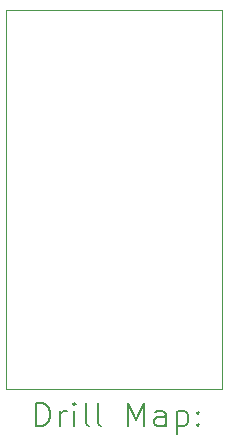
<source format=gbr>
%TF.GenerationSoftware,KiCad,Pcbnew,9.0.4*%
%TF.CreationDate,2025-10-26T13:26:50-07:00*%
%TF.ProjectId,db-collector,64622d63-6f6c-46c6-9563-746f722e6b69,rev?*%
%TF.SameCoordinates,Original*%
%TF.FileFunction,Drillmap*%
%TF.FilePolarity,Positive*%
%FSLAX45Y45*%
G04 Gerber Fmt 4.5, Leading zero omitted, Abs format (unit mm)*
G04 Created by KiCad (PCBNEW 9.0.4) date 2025-10-26 13:26:50*
%MOMM*%
%LPD*%
G01*
G04 APERTURE LIST*
%ADD10C,0.050000*%
%ADD11C,0.200000*%
G04 APERTURE END LIST*
D10*
X13066000Y-6267250D02*
X14894000Y-6267250D01*
X14894000Y-9474586D01*
X13066000Y-9474586D01*
X13066000Y-6267250D01*
D11*
X13324277Y-9788570D02*
X13324277Y-9588570D01*
X13324277Y-9588570D02*
X13371896Y-9588570D01*
X13371896Y-9588570D02*
X13400467Y-9598094D01*
X13400467Y-9598094D02*
X13419515Y-9617141D01*
X13419515Y-9617141D02*
X13429039Y-9636189D01*
X13429039Y-9636189D02*
X13438562Y-9674284D01*
X13438562Y-9674284D02*
X13438562Y-9702855D01*
X13438562Y-9702855D02*
X13429039Y-9740951D01*
X13429039Y-9740951D02*
X13419515Y-9759998D01*
X13419515Y-9759998D02*
X13400467Y-9779046D01*
X13400467Y-9779046D02*
X13371896Y-9788570D01*
X13371896Y-9788570D02*
X13324277Y-9788570D01*
X13524277Y-9788570D02*
X13524277Y-9655236D01*
X13524277Y-9693332D02*
X13533801Y-9674284D01*
X13533801Y-9674284D02*
X13543324Y-9664760D01*
X13543324Y-9664760D02*
X13562372Y-9655236D01*
X13562372Y-9655236D02*
X13581420Y-9655236D01*
X13648086Y-9788570D02*
X13648086Y-9655236D01*
X13648086Y-9588570D02*
X13638562Y-9598094D01*
X13638562Y-9598094D02*
X13648086Y-9607617D01*
X13648086Y-9607617D02*
X13657610Y-9598094D01*
X13657610Y-9598094D02*
X13648086Y-9588570D01*
X13648086Y-9588570D02*
X13648086Y-9607617D01*
X13771896Y-9788570D02*
X13752848Y-9779046D01*
X13752848Y-9779046D02*
X13743324Y-9759998D01*
X13743324Y-9759998D02*
X13743324Y-9588570D01*
X13876658Y-9788570D02*
X13857610Y-9779046D01*
X13857610Y-9779046D02*
X13848086Y-9759998D01*
X13848086Y-9759998D02*
X13848086Y-9588570D01*
X14105229Y-9788570D02*
X14105229Y-9588570D01*
X14105229Y-9588570D02*
X14171896Y-9731427D01*
X14171896Y-9731427D02*
X14238562Y-9588570D01*
X14238562Y-9588570D02*
X14238562Y-9788570D01*
X14419515Y-9788570D02*
X14419515Y-9683808D01*
X14419515Y-9683808D02*
X14409991Y-9664760D01*
X14409991Y-9664760D02*
X14390943Y-9655236D01*
X14390943Y-9655236D02*
X14352848Y-9655236D01*
X14352848Y-9655236D02*
X14333801Y-9664760D01*
X14419515Y-9779046D02*
X14400467Y-9788570D01*
X14400467Y-9788570D02*
X14352848Y-9788570D01*
X14352848Y-9788570D02*
X14333801Y-9779046D01*
X14333801Y-9779046D02*
X14324277Y-9759998D01*
X14324277Y-9759998D02*
X14324277Y-9740951D01*
X14324277Y-9740951D02*
X14333801Y-9721903D01*
X14333801Y-9721903D02*
X14352848Y-9712379D01*
X14352848Y-9712379D02*
X14400467Y-9712379D01*
X14400467Y-9712379D02*
X14419515Y-9702855D01*
X14514753Y-9655236D02*
X14514753Y-9855236D01*
X14514753Y-9664760D02*
X14533801Y-9655236D01*
X14533801Y-9655236D02*
X14571896Y-9655236D01*
X14571896Y-9655236D02*
X14590943Y-9664760D01*
X14590943Y-9664760D02*
X14600467Y-9674284D01*
X14600467Y-9674284D02*
X14609991Y-9693332D01*
X14609991Y-9693332D02*
X14609991Y-9750474D01*
X14609991Y-9750474D02*
X14600467Y-9769522D01*
X14600467Y-9769522D02*
X14590943Y-9779046D01*
X14590943Y-9779046D02*
X14571896Y-9788570D01*
X14571896Y-9788570D02*
X14533801Y-9788570D01*
X14533801Y-9788570D02*
X14514753Y-9779046D01*
X14695705Y-9769522D02*
X14705229Y-9779046D01*
X14705229Y-9779046D02*
X14695705Y-9788570D01*
X14695705Y-9788570D02*
X14686182Y-9779046D01*
X14686182Y-9779046D02*
X14695705Y-9769522D01*
X14695705Y-9769522D02*
X14695705Y-9788570D01*
X14695705Y-9664760D02*
X14705229Y-9674284D01*
X14705229Y-9674284D02*
X14695705Y-9683808D01*
X14695705Y-9683808D02*
X14686182Y-9674284D01*
X14686182Y-9674284D02*
X14695705Y-9664760D01*
X14695705Y-9664760D02*
X14695705Y-9683808D01*
M02*

</source>
